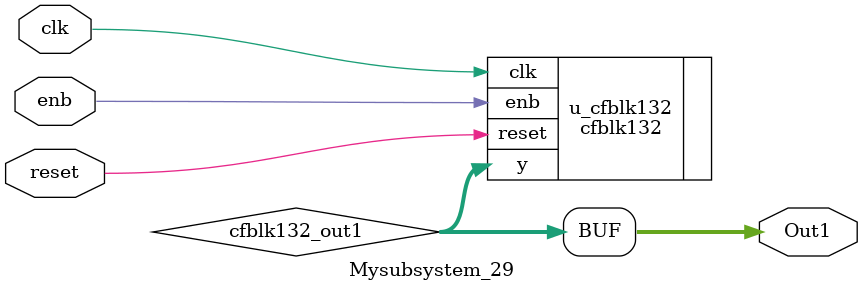
<source format=v>



`timescale 1 ns / 1 ns

module Mysubsystem_29
          (clk,
           reset,
           enb,
           Out1);


  input   clk;
  input   reset;
  input   enb;
  output  [15:0] Out1;  // uint16


  wire [15:0] cfblk132_out1;  // uint16


  cfblk132 u_cfblk132 (.clk(clk),
                       .reset(reset),
                       .enb(enb),
                       .y(cfblk132_out1)  // uint16
                       );

  assign Out1 = cfblk132_out1;

endmodule  // Mysubsystem_29


</source>
